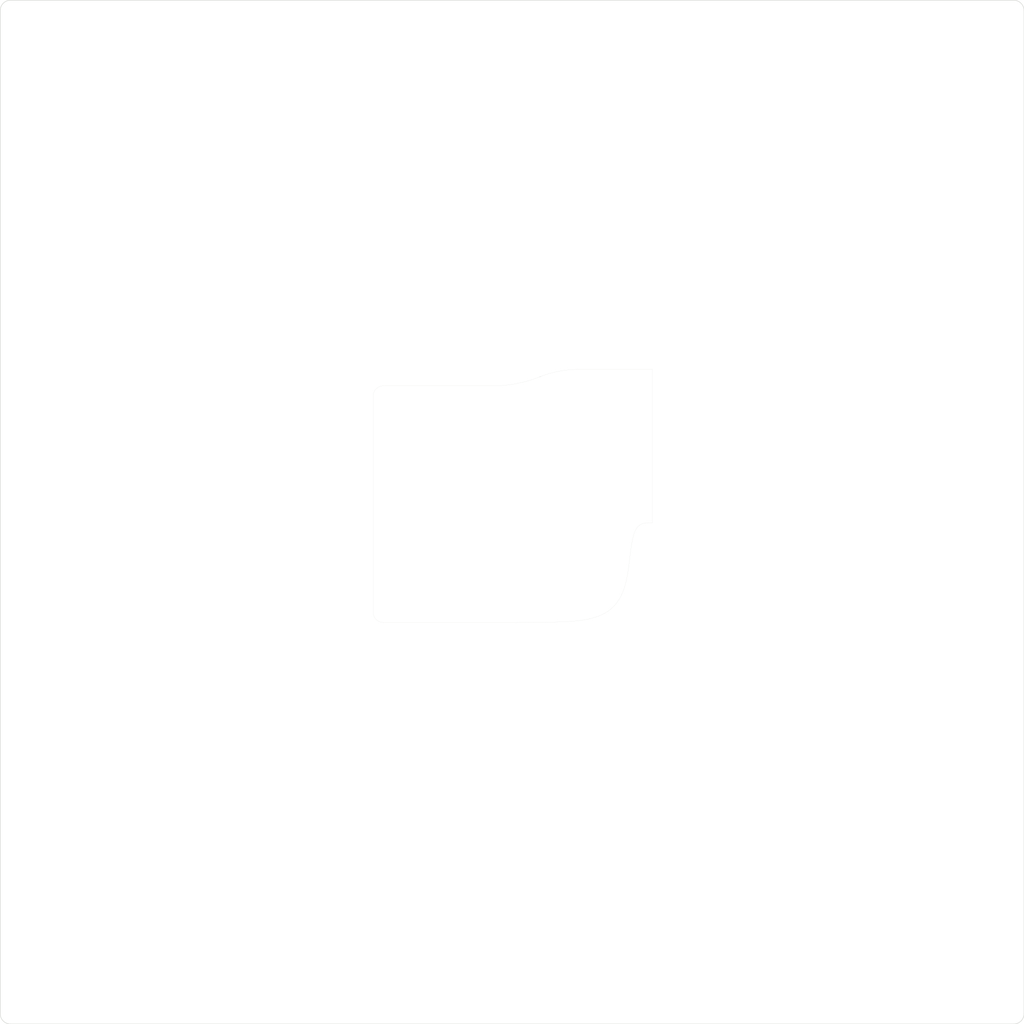
<source format=kicad_pcb>
(kicad_pcb
	(version 20240225)
	(generator "pcbnew")
	(generator_version "8.99")
	(general
		(thickness 0.6)
		(legacy_teardrops no)
	)
	(paper "A4")
	(layers
		(0 "F.Cu" signal)
		(31 "B.Cu" signal)
		(32 "B.Adhes" user "B.Adhesive")
		(33 "F.Adhes" user "F.Adhesive")
		(34 "B.Paste" user)
		(35 "F.Paste" user)
		(36 "B.SilkS" user "B.Silkscreen")
		(37 "F.SilkS" user "F.Silkscreen")
		(38 "B.Mask" user)
		(39 "F.Mask" user)
		(40 "Dwgs.User" user "User.Drawings")
		(41 "Cmts.User" user "User.Comments")
		(42 "Eco1.User" user "User.Eco1")
		(43 "Eco2.User" user "User.Eco2")
		(44 "Edge.Cuts" user)
		(45 "Margin" user)
		(46 "B.CrtYd" user "B.Courtyard")
		(47 "F.CrtYd" user "F.Courtyard")
		(48 "B.Fab" user)
		(49 "F.Fab" user)
		(50 "User.1" user)
		(51 "User.2" user)
		(52 "User.3" user)
		(53 "User.4" user)
		(54 "User.5" user)
		(55 "User.6" user)
		(56 "User.7" user)
		(57 "User.8" user)
		(58 "User.9" user)
	)
	(setup
		(stackup
			(layer "F.SilkS"
				(type "Top Silk Screen")
			)
			(layer "F.Paste"
				(type "Top Solder Paste")
			)
			(layer "F.Mask"
				(type "Top Solder Mask")
				(thickness 0.01)
			)
			(layer "F.Cu"
				(type "copper")
				(thickness 0.035)
			)
			(layer "dielectric 1"
				(type "core")
				(thickness 0.51)
				(material "FR4")
				(epsilon_r 4.5)
				(loss_tangent 0.02)
			)
			(layer "B.Cu"
				(type "copper")
				(thickness 0.035)
			)
			(layer "B.Mask"
				(type "Bottom Solder Mask")
				(thickness 0.01)
			)
			(layer "B.Paste"
				(type "Bottom Solder Paste")
			)
			(layer "B.SilkS"
				(type "Bottom Silk Screen")
			)
			(copper_finish "None")
			(dielectric_constraints no)
		)
		(pad_to_mask_clearance 0)
		(allow_soldermask_bridges_in_footprints no)
		(aux_axis_origin 158.127131 122.98023)
		(grid_origin 145.640041 102.704906)
		(pcbplotparams
			(layerselection 0x00010c0_ffffffff)
			(plot_on_all_layers_selection 0x0000000_00000000)
			(disableapertmacros no)
			(usegerberextensions no)
			(usegerberattributes yes)
			(usegerberadvancedattributes yes)
			(creategerberjobfile no)
			(dashed_line_dash_ratio 12.000000)
			(dashed_line_gap_ratio 3.000000)
			(svgprecision 4)
			(plotframeref no)
			(viasonmask no)
			(mode 1)
			(useauxorigin no)
			(hpglpennumber 1)
			(hpglpenspeed 20)
			(hpglpendiameter 15.000000)
			(pdf_front_fp_property_popups yes)
			(pdf_back_fp_property_popups yes)
			(pdf_metadata yes)
			(dxfpolygonmode yes)
			(dxfimperialunits yes)
			(dxfusepcbnewfont yes)
			(psnegative no)
			(psa4output no)
			(plotreference no)
			(plotvalue no)
			(plotfptext no)
			(plotinvisibletext no)
			(sketchpadsonfab no)
			(subtractmaskfromsilk no)
			(outputformat 1)
			(mirror no)
			(drillshape 0)
			(scaleselection 1)
			(outputdirectory "C:/Users/mksmith/Downloads/kawaiiSD/")
		)
	)
	(net 0 "")
	(gr_curve
		(pts
			(xy 140.941329 123.488504) (xy 140.968656 123.488504) (xy 141.005265 123.488316) (xy 141.051153 123.487941)
		)
		(stroke
			(width 0.01)
			(type default)
		)
		(layer "Edge.Cuts")
		(uuid "024181d6-9930-49da-a330-332004096bec")
	)
	(gr_line
		(start 143.104692 123.465508)
		(end 142.730365 123.469357)
		(stroke
			(width 0.01)
			(type default)
		)
		(layer "Edge.Cuts")
		(uuid "032a0cb6-253d-48f6-a4b9-15e2ca41a783")
	)
	(gr_line
		(start 149.506222 122.672885)
		(end 149.163425 122.833728)
		(stroke
			(width 0.01)
			(type default)
		)
		(layer "Edge.Cuts")
		(uuid "047c717a-f748-4b49-8a0a-158969e8d860")
	)
	(gr_arc
		(start 143.44915 99.448024)
		(mid 141.120274 100.138333)
		(end 138.702441 100.37128)
		(stroke
			(width 0.01)
			(type default)
		)
		(layer "Edge.Cuts")
		(uuid "06e55f61-526c-40e3-a878-9d5421e9179c")
	)
	(gr_curve
		(pts
			(xy 152.156079 116.960158) (xy 152.172368 116.827112) (xy 152.18889 116.695234) (xy 152.205919 116.563839)
		)
		(stroke
			(width 0.01)
			(type default)
		)
		(layer "Edge.Cuts")
		(uuid "109fe85b-236b-425e-bb34-0254f88655c0")
	)
	(gr_line
		(start 143.316001 99.501857)
		(end 143.44915 99.448024)
		(stroke
			(width 0.01)
			(type default)
		)
		(layer "Edge.Cuts")
		(uuid "12e798a1-c3fa-43d9-b652-34c29516d21d")
	)
	(gr_curve
		(pts
			(xy 141.171914 123.486675) (xy 141.237235 123.485962) (xy 141.312435 123.485087) (xy 141.397841 123.484069)
		)
		(stroke
			(width 0.01)
			(type default)
		)
		(layer "Edge.Cuts")
		(uuid "1556b88c-6eaf-4fdb-9893-2a97c95d51ca")
	)
	(gr_line
		(start 151.628549 119.998096)
		(end 151.520396 120.327198)
		(stroke
			(width 0.01)
			(type default)
		)
		(layer "Edge.Cuts")
		(uuid "1ed4cdfd-a239-4d01-85d4-302126646423")
	)
	(gr_curve
		(pts
			(xy 144.139686 123.453525) (xy 144.359311 123.450454) (xy 144.583853 123.446854) (xy 144.81195 123.442465)
		)
		(stroke
			(width 0.01)
			(type default)
		)
		(layer "Edge.Cuts")
		(uuid "1f344141-6f10-4851-bd1f-9a20df691474")
	)
	(gr_line
		(start 151.976929 118.380535)
		(end 151.92982 118.690606)
		(stroke
			(width 0.01)
			(type default)
		)
		(layer "Edge.Cuts")
		(uuid "200561f8-d8ab-4cfe-9510-6cc1ed6b051b")
	)
	(gr_line
		(start 141.600659 123.481683)
		(end 141.397841 123.484069)
		(stroke
			(width 0.01)
			(type default)
		)
		(layer "Edge.Cuts")
		(uuid "26c6bad9-9e4f-477c-b243-d04139433cde")
	)
	(gr_curve
		(pts
			(xy 147.559215 123.246478) (xy 147.77679 123.212748) (xy 147.98993 123.17405) (xy 148.197888 123.129846)
		)
		(stroke
			(width 0.01)
			(type default)
		)
		(layer "Edge.Cuts")
		(uuid "2ad1246e-1f6a-418c-90f1-920cff3154d8")
	)
	(gr_curve
		(pts
			(xy 148.595772 123.023054) (xy 148.791531 122.966464) (xy 148.980926 122.903485) (xy 149.163425 122.833728)
		)
		(stroke
			(width 0.01)
			(type default)
		)
		(layer "Edge.Cuts")
		(uuid "311d10fa-2d99-4ed4-b5a5-f138e7aed588")
	)
	(gr_curve
		(pts
			(xy 152.074031 117.643418) (xy 152.091198 117.502033) (xy 152.107641 117.363479) (xy 152.123735 117.227416)
		)
		(stroke
			(width 0.01)
			(type default)
		)
		(layer "Edge.Cuts")
		(uuid "32abfa64-f04f-47b9-9977-47ea432fd3bd")
	)
	(gr_line
		(start 91.640041 162.704906)
		(end 189.640041 162.704906)
		(stroke
			(width 0.05)
			(type default)
		)
		(layer "Edge.Cuts")
		(uuid "334eef67-176c-463c-8219-cc8454b3649f")
	)
	(gr_curve
		(pts
			(xy 151.628549 119.998096) (xy 151.680008 119.83318) (xy 151.726233 119.667535) (xy 151.767747 119.502011)
		)
		(stroke
			(width 0.01)
			(type default)
		)
		(layer "Edge.Cuts")
		(uuid "34f946b3-be21-4712-8b3d-e877b7462603")
	)
	(gr_curve
		(pts
			(xy 142.244858 123.474476) (xy 142.395812 123.472853) (xy 142.557734 123.471146) (xy 142.730365 123.469357)
		)
		(stroke
			(width 0.01)
			(type default)
		)
		(layer "Edge.Cuts")
		(uuid "3df9de0f-4239-4cd3-9ad2-09792a738c44")
	)
	(gr_curve
		(pts
			(xy 143.104692 123.465508) (xy 143.29633 123.463522) (xy 143.496919 123.461415) (xy 143.705351 123.459139)
		)
		(stroke
			(width 0.01)
			(type default)
		)
		(layer "Edge.Cuts")
		(uuid "407ea3b0-d27d-41cf-8355-920a769bf7c8")
	)
	(gr_line
		(start 152.156079 116.960158)
		(end 152.123735 117.227416)
		(stroke
			(width 0.01)
			(type default)
		)
		(layer "Edge.Cuts")
		(uuid "40bb984a-b343-4b93-aa33-8e02ded286bc")
	)
	(gr_line
		(start 152.351877 115.631966)
		(end 152.30281 115.901356)
		(stroke
			(width 0.01)
			(type default)
		)
		(layer "Edge.Cuts")
		(uuid "45248f28-e61b-450e-a841-bc139e0286c8")
	)
	(gr_arc
		(start 143.316001 99.501857)
		(mid 145.171951 98.95174)
		(end 147.098791 98.766093)
		(stroke
			(width 0.01)
			(type default)
		)
		(layer "Edge.Cuts")
		(uuid "4813f218-c223-4f8c-b670-d40545a6fac8")
	)
	(gr_line
		(start 141.171914 123.486675)
		(end 141.051153 123.487941)
		(stroke
			(width 0.01)
			(type default)
		)
		(layer "Edge.Cuts")
		(uuid "4ba28e50-57f4-4605-a058-767712678411")
	)
	(gr_curve
		(pts
			(xy 145.274219 123.429558) (xy 145.505994 123.422256) (xy 145.739048 123.413255) (xy 145.972264 123.402073)
		)
		(stroke
			(width 0.01)
			(type default)
		)
		(layer "Edge.Cuts")
		(uuid "4bbb2f69-0d86-444e-b975-d92822495d70")
	)
	(gr_curve
		(pts
			(xy 152.242557 116.299999) (xy 152.261424 116.167795) (xy 152.28139 116.035022) (xy 152.30281 115.901356)
		)
		(stroke
			(width 0.01)
			(type default)
		)
		(layer "Edge.Cuts")
		(uuid "4bc4d9f6-14e5-47db-bff4-745e65f27c1c")
	)
	(gr_line
		(start 152.508679 114.960356)
		(end 152.436519 115.22644)
		(stroke
			(width 0.01)
			(type default)
		)
		(layer "Edge.Cuts")
		(uuid "4d5866b4-b877-466b-9076-651c4fbbad9b")
	)
	(gr_line
		(start 148.595772 123.023054)
		(end 148.197888 123.129846)
		(stroke
			(width 0.01)
			(type default)
		)
		(layer "Edge.Cuts")
		(uuid "4df235e7-88ed-4a79-b290-ae3e2cbbb312")
	)
	(gr_arc
		(start 91.640041 162.704906)
		(mid 90.932934 162.412013)
		(end 90.640041 161.704906)
		(stroke
			(width 0.05)
			(type default)
		)
		(layer "Edge.Cuts")
		(uuid "50e5cf3c-a9e2-4e1b-97b2-806bba1cfd40")
	)
	(gr_line
		(start 144.139686 123.453525)
		(end 143.705351 123.459139)
		(stroke
			(width 0.01)
			(type default)
		)
		(layer "Edge.Cuts")
		(uuid "51e524f9-50ec-4f0c-81c3-b22ead89663a")
	)
	(gr_curve
		(pts
			(xy 151.838852 119.174364) (xy 151.8726 119.011325) (xy 151.90274 118.849855) (xy 151.92982 118.690606)
		)
		(stroke
			(width 0.01)
			(type default)
		)
		(layer "Edge.Cuts")
		(uuid "5537f2d7-dac3-42b6-8ec4-c6ba6c2d1082")
	)
	(gr_curve
		(pts
			(xy 152.508679 114.960356) (xy 152.546826 114.828839) (xy 152.589108 114.700371) (xy 152.636504 114.577254)
		)
		(stroke
			(width 0.01)
			(type default)
		)
		(layer "Edge.Cuts")
		(uuid "555b2f90-1e57-4d24-8d6c-02df741b2697")
	)
	(gr_arc
		(start 90.640041 63.704906)
		(mid 90.932934 62.997799)
		(end 91.640041 62.704906)
		(stroke
			(width 0.05)
			(type default)
		)
		(layer "Edge.Cuts")
		(uuid "570dfcda-0bc4-4057-954d-51af03504695")
	)
	(gr_curve
		(pts
			(xy 153.477476 113.80157) (xy 153.541102 113.784971) (xy 153.59637 113.774747) (xy 153.640403 113.768964)
		)
		(stroke
			(width 0.01)
			(type default)
		)
		(layer "Edge.Cuts")
		(uuid "59afa2b1-ece7-4398-9348-402b801c416e")
	)
	(gr_curve
		(pts
			(xy 152.751124 114.360563) (xy 152.811645 114.257779) (xy 152.87859 114.16612) (xy 152.951678 114.087501)
		)
		(stroke
			(width 0.01)
			(type default)
		)
		(layer "Edge.Cuts")
		(uuid "5a192c95-044c-4591-8342-f23c5ea86294")
	)
	(gr_line
		(start 147.559215 123.246478)
		(end 147.119631 123.308969)
		(stroke
			(width 0.01)
			(type default)
		)
		(layer "Edge.Cuts")
		(uuid "5ae59ee5-4c02-4218-9e1f-806ba3e10413")
	)
	(gr_arc
		(start 127.068841 101.379331)
		(mid 127.358889 100.667005)
		(end 128.068859 100.37128)
		(stroke
			(width 0.01)
			(type default)
		)
		(layer "Edge.Cuts")
		(uuid "5cb89e18-637f-4f5a-bfcd-f7842b9f08ad")
	)
	(gr_curve
		(pts
			(xy 152.351877 115.631966) (xy 152.37759 115.497066) (xy 152.405663 115.361754) (xy 152.436519 115.22644)
		)
		(stroke
			(width 0.01)
			(type default)
		)
		(layer "Edge.Cuts")
		(uuid "6199708c-fc75-4bd3-8320-7b3fde84a2ea")
	)
	(gr_line
		(start 90.640041 63.704906)
		(end 90.640041 161.704906)
		(stroke
			(width 0.05)
			(type default)
		)
		(layer "Edge.Cuts")
		(uuid "63838de6-47bb-42e8-a7d4-965750ea47fe")
	)
	(gr_curve
		(pts
			(xy 151.313864 120.806731) (xy 151.389242 120.649936) (xy 151.457945 120.489807) (xy 151.520396 120.327198)
		)
		(stroke
			(width 0.01)
			(type default)
		)
		(layer "Edge.Cuts")
		(uuid "66beefe5-ed9a-4e76-a099-51120fe1dd49")
	)
	(gr_curve
		(pts
			(xy 149.506222 122.672885) (xy 149.673825 122.588864) (xy 149.833837 122.497647) (xy 149.985973 122.399101)
		)
		(stroke
			(width 0.01)
			(type default)
		)
		(layer "Edge.Cuts")
		(uuid "6816905f-cdb0-4755-a7e9-4f6dd62ea112")
	)
	(gr_arc
		(start 189.640041 62.704906)
		(mid 190.347119 62.997814)
		(end 190.640041 63.704906)
		(stroke
			(width 0.05)
			(type default)
		)
		(layer "Edge.Cuts")
		(uuid "693e3e32-d20b-4756-877a-7ffa61396e19")
	)
	(gr_line
		(start 151.313864 120.806731)
		(end 151.156434 121.116988)
		(stroke
			(width 0.01)
			(type default)
		)
		(layer "Edge.Cuts")
		(uuid "69c4788b-3f79-40cb-b5e5-41a21b767ab3")
	)
	(gr_line
		(start 150.266119 122.180366)
		(end 149.985973 122.399101)
		(stroke
			(width 0.01)
			(type default)
		)
		(layer "Edge.Cuts")
		(uuid "6a1520ba-6063-457f-9d95-db420378f7f0")
	)
	(gr_line
		(start 146.43498 123.370972)
		(end 145.972264 123.402073)
		(stroke
			(width 0.01)
			(type default)
		)
		(layer "Edge.Cuts")
		(uuid "70cc153e-3927-4d7b-ac12-7e88dcb573ca")
	)
	(gr_line
		(start 150.86638 121.549188)
		(end 150.65009 121.820833)
		(stroke
			(width 0.01)
			(type default)
		)
		(layer "Edge.Cuts")
		(uuid "75684e5b-a6b0-4f67-9958-c55a642de9e5")
	)
	(gr_line
		(start 190.640041 161.704906)
		(end 190.640041 63.704906)
		(stroke
			(width 0.05)
			(type default)
		)
		(layer "Edge.Cuts")
		(uuid "7a24f5e0-6205-4deb-a252-ea865e6dd2f9")
	)
	(gr_line
		(start 152.751124 114.360563)
		(end 152.636504 114.577254)
		(stroke
			(width 0.01)
			(type default)
		)
		(layer "Edge.Cuts")
		(uuid "7a8739e4-e35c-4263-be3c-f4a6c9764031")
	)
	(gr_line
		(start 153.106949 113.96813)
		(end 152.951678 114.087501)
		(stroke
			(width 0.01)
			(type default)
		)
		(layer "Edge.Cuts")
		(uuid "82d7835c-91c1-40d2-9132-1192ee8b9e0d")
	)
	(gr_arc
		(start 128.068849 123.488504)
		(mid 127.36178 123.195589)
		(end 127.068841 122.488496)
		(stroke
			(width 0.01)
			(type default)
		)
		(layer "Edge.Cuts")
		(uuid "84b6f61b-8d55-4fa6-bd1c-65a0de91fd7a")
	)
	(gr_curve
		(pts
			(xy 150.266119 122.180366) (xy 150.402166 122.067477) (xy 150.530162 121.947546) (xy 150.65009 121.820833)
		)
		(stroke
			(width 0.01)
			(type default)
		)
		(layer "Edge.Cuts")
		(uuid "8ca96865-92d3-4eee-a40b-99a21da1ebf3")
	)
	(gr_line
		(start 152.242557 116.299999)
		(end 152.205919 116.563839)
		(stroke
			(width 0.01)
			(type default)
		)
		(layer "Edge.Cuts")
		(uuid "8d8ca4c2-f8e3-4b71-a1cf-f456952060a2")
	)
	(gr_line
		(start 145.274219 123.429558)
		(end 144.81195 123.442465)
		(stroke
			(width 0.01)
			(type default)
		)
		(layer "Edge.Cuts")
		(uuid "97dfb287-0a0d-4da6-8143-6ebaa8fec61b")
	)
	(gr_line
		(start 138.702441 100.37128)
		(end 128.068859 100.37128)
		(stroke
			(width 0.01)
			(type default)
		)
		(layer "Edge.Cuts")
		(uuid "9f105c69-d481-4397-bc54-d3ce05c82dd0")
	)
	(gr_curve
		(pts
			(xy 141.600659 123.481683) (xy 141.707488 123.480436) (xy 141.825155 123.479082) (xy 141.953916 123.477635)
		)
		(stroke
			(width 0.01)
			(type default)
		)
		(layer "Edge.Cuts")
		(uuid "b89f2009-b3b0-459f-8bb0-9b0d3c4b3630")
	)
	(gr_curve
		(pts
			(xy 150.86638 121.549188) (xy 150.970678 121.410545) (xy 151.067282 121.266262) (xy 151.156434 121.116988)
		)
		(stroke
			(width 0.01)
			(type default)
		)
		(layer "Edge.Cuts")
		(uuid "c6e44710-5aa9-477d-86c0-86366d4adbe9")
	)
	(gr_line
		(start 128.068849 123.488504)
		(end 140.941311 123.488504)
		(stroke
			(width 0.01)
			(type default)
		)
		(layer "Edge.Cuts")
		(uuid "c77a406d-e18f-4b89-a110-2fa0fb3f40bd")
	)
	(gr_line
		(start 127.068841 101.379331)
		(end 127.068841 122.488496)
		(stroke
			(width 0.01)
			(type default)
		)
		(layer "Edge.Cuts")
		(uuid "ca420b69-425e-4b8f-a93f-b041d8786733")
	)
	(gr_curve
		(pts
			(xy 153.106949 113.96813) (xy 153.185131 113.914361) (xy 153.264406 113.872426) (xy 153.341868 113.841142)
		)
		(stroke
			(width 0.01)
			(type default)
		)
		(layer "Edge.Cuts")
		(uuid "cd4781a6-a68b-4ede-8882-64712e17db9d")
	)
	(gr_line
		(start 142.244858 123.474476)
		(end 141.953916 123.477635)
		(stroke
			(width 0.01)
			(type default)
		)
		(layer "Edge.Cuts")
		(uuid "cffbe6dd-83b8-419a-adda-1e4d7853dca8")
	)
	(gr_line
		(start 153.477476 113.80157)
		(end 153.341868 113.841142)
		(stroke
			(width 0.01)
			(type default)
		)
		(layer "Edge.Cuts")
		(uuid "d573d36b-e619-4205-90d5-0ee469555d52")
	)
	(gr_line
		(start 189.640041 62.704906)
		(end 91.640041 62.704906)
		(stroke
			(width 0.05)
			(type default)
		)
		(layer "Edge.Cuts")
		(uuid "db82cf71-05ff-496a-9cb0-5747ef5468b4")
	)
	(gr_curve
		(pts
			(xy 146.43498 123.370972) (xy 146.665398 123.353779) (xy 146.893935 123.333298) (xy 147.119631 123.308969)
		)
		(stroke
			(width 0.01)
			(type default)
		)
		(layer "Edge.Cuts")
		(uuid "e142ef23-f00b-44c2-ba9b-85a631412b6e")
	)
	(gr_line
		(start 154.340041 113.76609)
		(end 153.919243 113.76609)
		(stroke
			(width 0.01)
			(type default)
		)
		(layer "Edge.Cuts")
		(uuid "e2d8b3b7-84ab-4c99-b77b-9100891e27d1")
	)
	(gr_line
		(start 152.074031 117.643418)
		(end 152.038976 117.929016)
		(stroke
			(width 0.01)
			(type default)
		)
		(layer "Edge.Cuts")
		(uuid "e5e77067-a49c-4262-a9c3-9c5af5ace066")
	)
	(gr_line
		(start 153.919241 113.76609)
		(end 153.688483 113.76609)
		(stroke
			(width 0.01)
			(type default)
		)
		(layer "Edge.Cuts")
		(uuid "e656a3cf-3df6-432e-b9bc-294207829793")
	)
	(gr_curve
		(pts
			(xy 151.976929 118.380535) (xy 151.999471 118.226983) (xy 152.01999 118.076398) (xy 152.038976 117.929016)
		)
		(stroke
			(width 0.01)
			(type default)
		)
		(layer "Edge.Cuts")
		(uuid "ea2a1f29-81d7-48ba-8406-66179f788d1e")
	)
	(gr_arc
		(start 190.640041 161.704906)
		(mid 190.347148 162.412023)
		(end 189.640041 162.704906)
		(stroke
			(width 0.05)
			(type default)
		)
		(layer "Edge.Cuts")
		(uuid "ec4da346-cc1f-4b81-8b0a-8588dd894b53")
	)
	(gr_line
		(start 154.340041 113.76609)
		(end 154.340041 98.766093)
		(stroke
			(width 0.01)
			(type default)
		)
		(layer "Edge.Cuts")
		(uuid "edbd176c-1e12-40e9-8a46-8801687ecd65")
	)
	(gr_line
		(start 154.340041 98.766093)
		(end 147.098791 98.766093)
		(stroke
			(width 0.01)
			(type default)
		)
		(layer "Edge.Cuts")
		(uuid "ef8946ee-4b6c-44de-ab28-633778d23c6e")
	)
	(gr_line
		(start 153.688483 113.76609)
		(end 153.640403 113.768964)
		(stroke
			(width 0.01)
			(type default)
		)
		(layer "Edge.Cuts")
		(uuid "f5a64a11-e02a-4eb3-9521-b541137b958d")
	)
	(gr_line
		(start 151.838852 119.174364)
		(end 151.767747 119.502011)
		(stroke
			(width 0.01)
			(type default)
		)
		(layer "Edge.Cuts")
		(uuid "fe44bfee-870a-4d32-acd5-b286e2757e37")
	)
	(generated
		(uuid "37c996e2-e428-4f2d-853a-c5adac180c52")
		(type tuning_pattern)
		(name "Tuning Pattern")
		(layer "F.Cu")
		(corner_radius_percent 80)
		(end
			(xy 127.417248 113.059382)
		)
		(initial_side "left")
		(last_diff_pair_gap 0)
		(last_netname "")
		(last_status "tuned")
		(last_track_width 0)
		(last_tuning "")
		(max_amplitude 1)
		(min_amplitude 0.2)
		(min_spacing 0.6)
		(origin
			(xy 122.37 100.7)
		)
		(override_custom_rules no)
		(rounded yes)
		(single_sided no)
		(target_length 1000000)
		(target_length_max 1000000.1)
		(target_length_min 999999.9)
		(target_skew 0)
		(target_skew_max 0.1)
		(target_skew_min -0.1)
		(tuning_mode "single")
		(members)
	)
)

</source>
